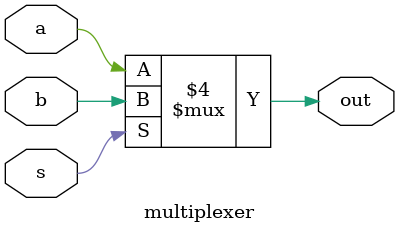
<source format=v>
module part3_internal(clock, reset, ParallelLoadn, RotateRight, ASRight, Data_IN, Q);

    // inputs, outputs, and wires
    input clock, reset, ParallelLoadn, RotateRight, ASRight;
    input [7: 0] Data_IN;
    output [7: 0] Q;


    // Using the ASR functionality
    wire ASR_result;
    multiplexer MUX(.a(Q[7]), .b(Q[0]), .s(ASRight), .out(ASR_result));

    // connecting the circuits
    sub_circuit C0(.left(Q[1]), .right(Q[7]), .LoadLeft(RotateRight), .D(Data_IN[0]), .LoadN(ParallelLoadn), .clk(clock), .reset(reset), .q(Q[0]));
    sub_circuit C1(.left(Q[2]), .right(Q[0]), .LoadLeft(RotateRight), .D(Data_IN[1]), .LoadN(ParallelLoadn), .clk(clock), .reset(reset), .q(Q[1]));
    sub_circuit C2(.left(Q[3]), .right(Q[1]), .LoadLeft(RotateRight), .D(Data_IN[2]), .LoadN(ParallelLoadn), .clk(clock), .reset(reset), .q(Q[2]));
    sub_circuit C3(.left(Q[4]), .right(Q[2]), .LoadLeft(RotateRight), .D(Data_IN[3]), .LoadN(ParallelLoadn), .clk(clock), .reset(reset), .q(Q[3]));
    sub_circuit C4(.left(Q[5]), .right(Q[3]), .LoadLeft(RotateRight), .D(Data_IN[4]), .LoadN(ParallelLoadn), .clk(clock), .reset(reset), .q(Q[4]));
    sub_circuit C5(.left(Q[6]), .right(Q[4]), .LoadLeft(RotateRight), .D(Data_IN[5]), .LoadN(ParallelLoadn), .clk(clock), .reset(reset), .q(Q[5]));
    sub_circuit C6(.left(Q[7]), .right(Q[5]), .LoadLeft(RotateRight), .D(Data_IN[6]), .LoadN(ParallelLoadn), .clk(clock), .reset(reset), .q(Q[6]));
    sub_circuit C7(.left(ASR_result), .right(Q[6]), .LoadLeft(RotateRight), .D(Data_IN[7]), .LoadN(ParallelLoadn), .clk(clock), .reset(reset), .q(Q[7]));

endmodule


// Sub circuit
module sub_circuit(left, right, LoadLeft, D, LoadN, clk, reset, q);
    input left, right, LoadLeft, D, LoadN, clk, reset;
    output q;
    wire mux1_output, mux2_output;
    multiplexer MUX1(.a(left), .b(right), .s(LoadLeft), .out(mux1_output));
    multiplexer MUX2(.a(mux1_output), .b(D), .s(LoadN), .out(mux2_output));
    flip_flop FF(.clk(clk), .d(mux2_output), .reset(reset), .q(q));
endmodule


// Flip flop
module flip_flop(clk, d, reset, q);
    input d, clk, reset;
    output reg q;
    always @(posedge clk)
    begin
        if(reset == 1'b0)
            q <= 0;
        else
            q <= d;
    end
endmodule


// Multiplexer
module multiplexer(a, b, s, out);
    input a, b, s;
    output reg out;
    always @(*)
    begin
        if(s == 1'b0)
            out <= a;
        else
            out <= b;
    end
endmodule

</source>
